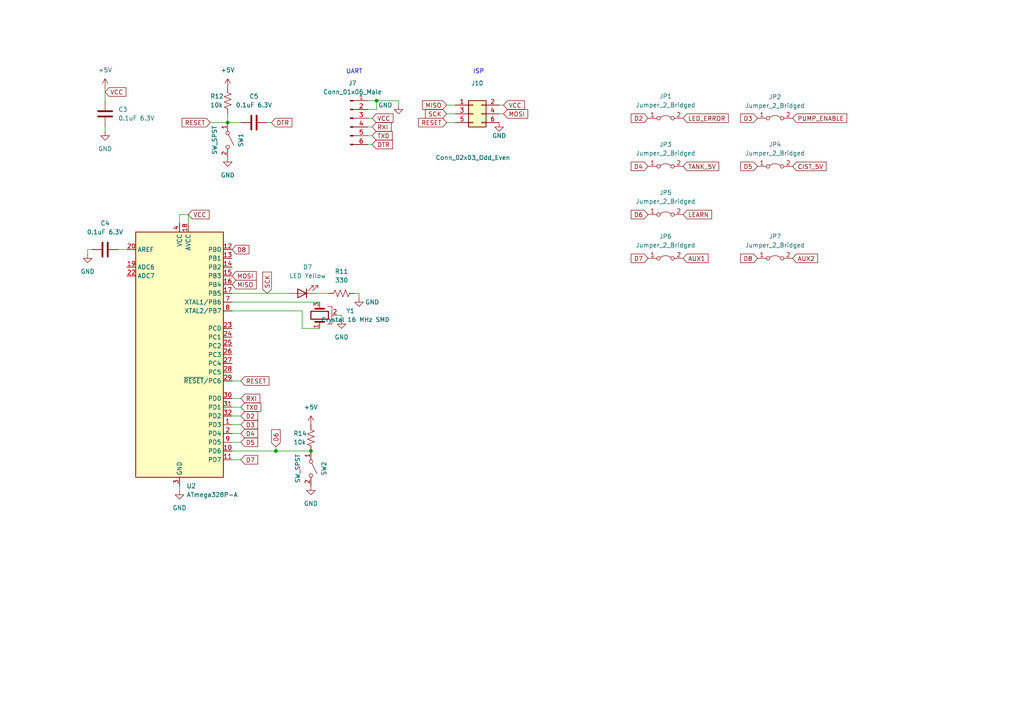
<source format=kicad_sch>
(kicad_sch (version 20211123) (generator eeschema)
  (paper "A4")
  (title_block (title "Microcontroller embedded") (date "2022-12-14") (rev "0"))
  (lib_symbols
    (symbol "Connector:Conn_01x06_Male" (pin_names (offset 1.016) hide)
      (property "Reference" "J" (at 0 7.62 0))
      (property "Value" "Conn_01x06_Male" (at 0 -10.16 0))
      (symbol "Conn_01x06_Male_1_1"
        (polyline (pts (xy 1.27 -7.62) (xy 0.8636 -7.62)) (stroke (width 0.1524)))
        (polyline (pts (xy 1.27 -5.08) (xy 0.8636 -5.08)) (stroke (width 0.1524)))
        (polyline (pts (xy 1.27 -2.54) (xy 0.8636 -2.54)) (stroke (width 0.1524)))
        (polyline (pts (xy 1.27 0) (xy 0.8636 0)) (stroke (width 0.1524)))
        (polyline (pts (xy 1.27 2.54) (xy 0.8636 2.54)) (stroke (width 0.1524)))
        (polyline (pts (xy 1.27 5.08) (xy 0.8636 5.08)) (stroke (width 0.1524)))
        (rectangle (start 0.8636 -7.493) (end 0 -7.747) (stroke (width 0.1524)) (fill (type outline)))
        (rectangle (start 0.8636 -4.953) (end 0 -5.207) (stroke (width 0.1524)) (fill (type outline)))
        (rectangle (start 0.8636 -2.413) (end 0 -2.667) (stroke (width 0.1524)) (fill (type outline)))
        (rectangle (start 0.8636 0.127) (end 0 -0.127) (stroke (width 0.1524)) (fill (type outline)))
        (rectangle (start 0.8636 2.667) (end 0 2.413) (stroke (width 0.1524)) (fill (type outline)))
        (rectangle (start 0.8636 5.207) (end 0 4.953) (stroke (width 0.1524)) (fill (type outline)))
        (pin passive line (at 5.08 5.08 180) (length 3.81) (name "Pin_1") (number "1"))
        (pin passive line (at 5.08 2.54 180) (length 3.81) (name "Pin_2") (number "2"))
        (pin passive line (at 5.08 0 180) (length 3.81) (name "Pin_3") (number "3"))
        (pin passive line (at 5.08 -2.54 180) (length 3.81) (name "Pin_4") (number "4"))
        (pin passive line (at 5.08 -5.08 180) (length 3.81) (name "Pin_5") (number "5"))
        (pin passive line (at 5.08 -7.62 180) (length 3.81) (name "Pin_6") (number "6"))
      )
    )
    (symbol "Connector_Generic:Conn_02x03_Odd_Even" (pin_names (offset 1.016) hide)
      (property "Reference" "J" (at 1.27 5.08 0))
      (property "Value" "Conn_02x03_Odd_Even" (at 1.27 -5.08 0))
      (symbol "Conn_02x03_Odd_Even_1_1"
        (rectangle (start -1.27 -2.413) (end 0 -2.667) (stroke (width 0.1524)))
        (rectangle (start -1.27 0.127) (end 0 -0.127) (stroke (width 0.1524)))
        (rectangle (start -1.27 2.667) (end 0 2.413) (stroke (width 0.1524)))
        (rectangle (start -1.27 3.81) (end 3.81 -3.81) (stroke (width 0.254)) (fill (type background)))
        (rectangle (start 3.81 -2.413) (end 2.54 -2.667) (stroke (width 0.1524)))
        (rectangle (start 3.81 0.127) (end 2.54 -0.127) (stroke (width 0.1524)))
        (rectangle (start 3.81 2.667) (end 2.54 2.413) (stroke (width 0.1524)))
        (pin passive line (at -5.08 2.54 0) (length 3.81) (name "Pin_1") (number "1"))
        (pin passive line (at 7.62 2.54 180) (length 3.81) (name "Pin_2") (number "2"))
        (pin passive line (at -5.08 0 0) (length 3.81) (name "Pin_3") (number "3"))
        (pin passive line (at 7.62 0 180) (length 3.81) (name "Pin_4") (number "4"))
        (pin passive line (at -5.08 -2.54 0) (length 3.81) (name "Pin_5") (number "5"))
        (pin passive line (at 7.62 -2.54 180) (length 3.81) (name "Pin_6") (number "6"))
      )
    )
    (symbol "Device:C" (pin_numbers hide) (pin_names (offset 0.254))
      (property "Reference" "C" (at 0.635 2.54 0))
      (property "Value" "C" (at 0.635 -2.54 0))
      (symbol "C_0_1"
        (polyline (pts (xy -2.032 -0.762) (xy 2.032 -0.762)) (stroke (width 0.508)))
        (polyline (pts (xy -2.032 0.762) (xy 2.032 0.762)) (stroke (width 0.508)))
      )
      (symbol "C_1_1"
        (pin passive line (at 0 3.81 270) (length 2.794) (name "~") (number "1"))
        (pin passive line (at 0 -3.81 90) (length 2.794) (name "~") (number "2"))
      )
    )
    (symbol "Device:Crystal_GND2" (pin_names (offset 1.016) hide)
      (property "Reference" "Y" (at 0 5.715 0))
      (property "Value" "Crystal_GND2" (at 0 3.81 0))
      (symbol "Crystal_GND2_0_1"
        (rectangle (start -1.143 2.54) (end 1.143 -2.54) (stroke (width 0.3048)))
        (polyline (pts (xy -2.54 0) (xy -1.905 0)))
        (polyline (pts (xy -1.905 -1.27) (xy -1.905 1.27)) (stroke (width 0.508)))
        (polyline (pts (xy 0 -3.81) (xy 0 -3.556)))
        (polyline (pts (xy 1.905 0) (xy 2.54 0)))
        (polyline (pts (xy 1.905 1.27) (xy 1.905 -1.27)) (stroke (width 0.508)))
        (polyline (pts (xy -2.54 -2.286) (xy -2.54 -3.556) (xy 2.54 -3.556) (xy 2.54 -2.286)))
      )
      (symbol "Crystal_GND2_1_1"
        (pin passive line (at -3.81 0 0) (length 1.27) (name "1") (number "1"))
        (pin passive line (at 0 -5.08 90) (length 1.27) (name "2") (number "2"))
        (pin passive line (at 3.81 0 180) (length 1.27) (name "3") (number "3"))
      )
    )
    (symbol "Device:LED" (pin_numbers hide) (pin_names (offset 1.016) hide)
      (property "Reference" "D" (at 0 2.54 0))
      (property "Value" "LED" (at 0 -2.54 0))
      (symbol "LED_0_1"
        (polyline (pts (xy -1.27 -1.27) (xy -1.27 1.27)) (stroke (width 0.254)))
        (polyline (pts (xy -1.27 0) (xy 1.27 0)))
        (polyline (pts (xy 1.27 -1.27) (xy 1.27 1.27) (xy -1.27 0) (xy 1.27 -1.27)) (stroke (width 0.254)))
        (polyline (pts (xy -3.048 -0.762) (xy -4.572 -2.286) (xy -3.81 -2.286) (xy -4.572 -2.286) (xy -4.572 -1.524)))
        (polyline (pts (xy -1.778 -0.762) (xy -3.302 -2.286) (xy -2.54 -2.286) (xy -3.302 -2.286) (xy -3.302 -1.524)))
      )
      (symbol "LED_1_1"
        (pin passive line (at -3.81 0 0) (length 2.54) (name "K") (number "1"))
        (pin passive line (at 3.81 0 180) (length 2.54) (name "A") (number "2"))
      )
    )
    (symbol "Device:R_US" (pin_numbers hide) (pin_names (offset 0))
      (property "Reference" "R" (at 2.54 0 90))
      (property "Value" "R_US" (at -2.54 0 90))
      (symbol "R_US_0_1"
        (polyline (pts (xy 0 -2.286) (xy 0 -2.54)))
        (polyline (pts (xy 0 2.286) (xy 0 2.54)))
        (polyline (pts (xy 0 -0.762) (xy 1.016 -1.143) (xy 0 -1.524) (xy -1.016 -1.905) (xy 0 -2.286)))
        (polyline (pts (xy 0 0.762) (xy 1.016 0.381) (xy 0 0) (xy -1.016 -0.381) (xy 0 -0.762)))
        (polyline (pts (xy 0 2.286) (xy 1.016 1.905) (xy 0 1.524) (xy -1.016 1.143) (xy 0 0.762)))
      )
      (symbol "R_US_1_1"
        (pin passive line (at 0 3.81 270) (length 1.27) (name "~") (number "1"))
        (pin passive line (at 0 -3.81 90) (length 1.27) (name "~") (number "2"))
      )
    )
    (symbol "Jumper:Jumper_2_Bridged" (pin_names (offset 0) hide)
      (property "Reference" "JP" (at 0 1.905 0))
      (property "Value" "Jumper_2_Bridged" (at 0 -2.54 0))
      (symbol "Jumper_2_Bridged_0_0"
        (circle (center -2.032 0) (radius 0.508))
        (circle (center 2.032 0) (radius 0.508))
      )
      (symbol "Jumper_2_Bridged_0_1"
        (arc (start 1.524 0.254) (mid 0 0.762) (end -1.524 0.254))
      )
      (symbol "Jumper_2_Bridged_1_1"
        (pin passive line (at -5.08 0 0) (length 2.54) (name "A") (number "1"))
        (pin passive line (at 5.08 0 180) (length 2.54) (name "B") (number "2"))
      )
    )
    (symbol "MCU_Microchip_ATmega:ATmega328P-A"
      (property "Reference" "U" (at -12.7 36.83 0))
      (property "Value" "ATmega328P-A" (at 2.54 -36.83 0))
      (symbol "ATmega328P-A_0_1"
        (rectangle (start -12.7 -35.56) (end 12.7 35.56) (stroke (width 0.254)) (fill (type background)))
      )
      (symbol "ATmega328P-A_1_1"
        (pin bidirectional line (at 15.24 -20.32 180) (length 2.54) (name "PD3") (number "1"))
        (pin bidirectional line (at 15.24 -27.94 180) (length 2.54) (name "PD6") (number "10"))
        (pin bidirectional line (at 15.24 -30.48 180) (length 2.54) (name "PD7") (number "11"))
        (pin bidirectional line (at 15.24 30.48 180) (length 2.54) (name "PB0") (number "12"))
        (pin bidirectional line (at 15.24 27.94 180) (length 2.54) (name "PB1") (number "13"))
        (pin bidirectional line (at 15.24 25.4 180) (length 2.54) (name "PB2") (number "14"))
        (pin bidirectional line (at 15.24 22.86 180) (length 2.54) (name "PB3") (number "15"))
        (pin bidirectional line (at 15.24 20.32 180) (length 2.54) (name "PB4") (number "16"))
        (pin bidirectional line (at 15.24 17.78 180) (length 2.54) (name "PB5") (number "17"))
        (pin power_in line (at 2.54 38.1 270) (length 2.54) (name "AVCC") (number "18"))
        (pin input line (at -15.24 25.4 0) (length 2.54) (name "ADC6") (number "19"))
        (pin bidirectional line (at 15.24 -22.86 180) (length 2.54) (name "PD4") (number "2"))
        (pin passive line (at -15.24 30.48 0) (length 2.54) (name "AREF") (number "20"))
        (pin passive line (at 0 -38.1 90) (length 2.54) hide (name "GND") (number "21"))
        (pin input line (at -15.24 22.86 0) (length 2.54) (name "ADC7") (number "22"))
        (pin bidirectional line (at 15.24 7.62 180) (length 2.54) (name "PC0") (number "23"))
        (pin bidirectional line (at 15.24 5.08 180) (length 2.54) (name "PC1") (number "24"))
        (pin bidirectional line (at 15.24 2.54 180) (length 2.54) (name "PC2") (number "25"))
        (pin bidirectional line (at 15.24 0 180) (length 2.54) (name "PC3") (number "26"))
        (pin bidirectional line (at 15.24 -2.54 180) (length 2.54) (name "PC4") (number "27"))
        (pin bidirectional line (at 15.24 -5.08 180) (length 2.54) (name "PC5") (number "28"))
        (pin bidirectional line (at 15.24 -7.62 180) (length 2.54) (name "~{RESET}/PC6") (number "29"))
        (pin power_in line (at 0 -38.1 90) (length 2.54) (name "GND") (number "3"))
        (pin bidirectional line (at 15.24 -12.7 180) (length 2.54) (name "PD0") (number "30"))
        (pin bidirectional line (at 15.24 -15.24 180) (length 2.54) (name "PD1") (number "31"))
        (pin bidirectional line (at 15.24 -17.78 180) (length 2.54) (name "PD2") (number "32"))
        (pin power_in line (at 0 38.1 270) (length 2.54) (name "VCC") (number "4"))
        (pin passive line (at 0 -38.1 90) (length 2.54) hide (name "GND") (number "5"))
        (pin passive line (at 0 38.1 270) (length 2.54) hide (name "VCC") (number "6"))
        (pin bidirectional line (at 15.24 15.24 180) (length 2.54) (name "XTAL1/PB6") (number "7"))
        (pin bidirectional line (at 15.24 12.7 180) (length 2.54) (name "XTAL2/PB7") (number "8"))
        (pin bidirectional line (at 15.24 -25.4 180) (length 2.54) (name "PD5") (number "9"))
      )
    )
    (symbol "Switch:SW_SPST" (pin_names (offset 0) hide)
      (property "Reference" "SW" (at 0 3.175 0))
      (property "Value" "SW_SPST" (at 0 -2.54 0))
      (symbol "SW_SPST_0_0"
        (circle (center -2.032 0) (radius 0.508))
        (polyline (pts (xy -1.524 0.254) (xy 1.524 1.778)))
        (circle (center 2.032 0) (radius 0.508))
      )
      (symbol "SW_SPST_1_1"
        (pin passive line (at -5.08 0 0) (length 2.54) (name "A") (number "1"))
        (pin passive line (at 5.08 0 180) (length 2.54) (name "B") (number "2"))
      )
    )
    (symbol "power:+5V" (power) (pin_names (offset 0))
      (property "Value" "+5V" (at 0 3.556 0))
      (symbol "+5V_0_1"
        (polyline (pts (xy -0.762 1.27) (xy 0 2.54)))
        (polyline (pts (xy 0 0) (xy 0 2.54)))
        (polyline (pts (xy 0 2.54) (xy 0.762 1.27)))
      )
      (symbol "+5V_1_1"
        (pin power_in line (at 0 0 90) (length 0) hide (name "+5V") (number "1"))
      )
    )
    (symbol "power:GND" (power) (pin_names (offset 0))
      (property "Value" "GND" (at 0 -3.81 0))
      (symbol "GND_0_1"
        (polyline (pts (xy 0 0) (xy 0 -1.27) (xy 1.27 -1.27) (xy 0 -2.54) (xy -1.27 -1.27) (xy 0 -1.27)))
      )
      (symbol "GND_1_1"
        (pin power_in line (at 0 0 270) (length 0) hide (name "GND") (number "1"))
      )
    )
  )
  (junction (at 109.22 29.21))
  (junction (at 80.01 130.81))
  (junction (at 90.17 130.81))
  (junction (at 66.04 35.56))
  (wire (pts (xy 77.47 35.56) (xy 78.74 35.56)))
  (wire (pts (xy 67.31 110.49) (xy 69.85 110.49)))
  (wire (pts (xy 144.78 30.48) (xy 146.05 30.48)))
  (wire (pts (xy 67.31 120.65) (xy 69.85 120.65)))
  (wire (pts (xy 67.31 87.63) (xy 92.71 87.63)))
  (wire (pts (xy 67.31 128.27) (xy 69.85 128.27)))
  (wire (pts (xy 67.31 85.09) (xy 83.82 85.09)))
  (wire (pts (xy 60.96 35.56) (xy 66.04 35.56)))
  (wire (pts (xy 106.68 34.29) (xy 107.95 34.29)))
  (wire (pts (xy 67.31 90.17) (xy 87.63 90.17)))
  (wire (pts (xy 25.4 72.39) (xy 25.4 73.66)))
  (wire (pts (xy 52.07 140.97) (xy 52.07 142.24)))
  (wire (pts (xy 67.31 118.11) (xy 69.85 118.11)))
  (wire (pts (xy 106.68 29.21) (xy 109.22 29.21)))
  (wire (pts (xy 99.06 92.71) (xy 99.06 91.44)))
  (wire (pts (xy 109.22 31.75) (xy 109.22 29.21)))
  (wire (pts (xy 115.57 29.21) (xy 115.57 30.48)))
  (wire (pts (xy 102.87 85.09) (xy 104.14 85.09)))
  (wire (pts (xy 26.67 72.39) (xy 25.4 72.39)))
  (wire (pts (xy 92.71 95.25) (xy 87.63 95.25)))
  (wire (pts (xy 91.44 85.09) (xy 95.25 85.09)))
  (wire (pts (xy 30.48 36.83) (xy 30.48 38.1)))
  (wire (pts (xy 67.31 115.57) (xy 69.85 115.57)))
  (wire (pts (xy 106.68 39.37) (xy 107.95 39.37)))
  (wire (pts (xy 67.31 130.81) (xy 80.01 130.81)))
  (wire (pts (xy 54.61 62.23) (xy 52.07 62.23)))
  (wire (pts (xy 144.78 33.02) (xy 146.05 33.02)))
  (wire (pts (xy 67.31 125.73) (xy 69.85 125.73)))
  (wire (pts (xy 34.29 72.39) (xy 36.83 72.39)))
  (wire (pts (xy 104.14 85.09) (xy 104.14 86.36)))
  (wire (pts (xy 54.61 64.77) (xy 54.61 62.23)))
  (wire (pts (xy 30.48 25.4) (xy 30.48 29.21)))
  (wire (pts (xy 80.01 129.54) (xy 80.01 130.81)))
  (wire (pts (xy 66.04 35.56) (xy 69.85 35.56)))
  (wire (pts (xy 87.63 90.17) (xy 87.63 95.25)))
  (wire (pts (xy 106.68 31.75) (xy 109.22 31.75)))
  (wire (pts (xy 80.01 130.81) (xy 90.17 130.81)))
  (wire (pts (xy 67.31 123.19) (xy 69.85 123.19)))
  (wire (pts (xy 52.07 62.23) (xy 52.07 64.77)))
  (wire (pts (xy 106.68 36.83) (xy 107.95 36.83)))
  (wire (pts (xy 97.79 91.44) (xy 99.06 91.44)))
  (wire (pts (xy 129.54 30.48) (xy 132.08 30.48)))
  (wire (pts (xy 109.22 29.21) (xy 115.57 29.21)))
  (wire (pts (xy 67.31 133.35) (xy 69.85 133.35)))
  (wire (pts (xy 129.54 33.02) (xy 132.08 33.02)))
  (wire (pts (xy 129.54 35.56) (xy 132.08 35.56)))
  (wire (pts (xy 66.04 33.02) (xy 66.04 35.56)))
  (wire (pts (xy 106.68 41.91) (xy 107.95 41.91)))
  (text "ISP" (at 137.16 21.59 0) (effects (font (size 1.27 1.27)) (justify left bottom)))
  (text "UART" (at 100.33 21.59 0) (effects (font (size 1.27 1.27)) (justify left bottom)))
  (global_label "PUMP_ENABLE" (shape input) (at 229.87 34.29 0) (property "Intersheet References" "${INTERSHEET_REFS}" (effects hide)))
  (global_label "LEARN" (shape input) (at 198.12 62.23 0) (property "Intersheet References" "${INTERSHEET_REFS}" (effects hide)))
  (global_label "VCC" (shape input) (at 107.95 34.29 0) (property "Intersheet References" "${INTERSHEET_REFS}" (effects hide)))
  (global_label "TX0" (shape input) (at 69.85 118.11 0) (property "Intersheet References" "${INTERSHEET_REFS}" (effects hide)))
  (global_label "SCK" (shape input) (at 77.47 85.09 90) (property "Intersheet References" "${INTERSHEET_REFS}" (effects hide)))
  (global_label "AUX1" (shape input) (at 198.12 74.93 0) (property "Intersheet References" "${INTERSHEET_REFS}" (effects hide)))
  (global_label "SCK" (shape input) (at 129.54 33.02 180) (property "Intersheet References" "${INTERSHEET_REFS}" (effects hide)))
  (global_label "VCC" (shape input) (at 54.61 62.23 0) (property "Intersheet References" "${INTERSHEET_REFS}" (effects hide)))
  (global_label "D7" (shape input) (at 69.85 133.35 0) (property "Intersheet References" "${INTERSHEET_REFS}" (effects hide)))
  (global_label "RESET" (shape input) (at 60.96 35.56 180) (property "Intersheet References" "${INTERSHEET_REFS}" (effects hide)))
  (global_label "D2" (shape input) (at 69.85 120.65 0) (property "Intersheet References" "${INTERSHEET_REFS}" (effects hide)))
  (global_label "RXI" (shape input) (at 107.95 36.83 0) (property "Intersheet References" "${INTERSHEET_REFS}" (effects hide)))
  (global_label "D4" (shape input) (at 69.85 125.73 0) (property "Intersheet References" "${INTERSHEET_REFS}" (effects hide)))
  (global_label "D3" (shape input) (at 69.85 123.19 0) (property "Intersheet References" "${INTERSHEET_REFS}" (effects hide)))
  (global_label "RXI" (shape input) (at 69.85 115.57 0) (property "Intersheet References" "${INTERSHEET_REFS}" (effects hide)))
  (global_label "TX0" (shape input) (at 107.95 39.37 0) (property "Intersheet References" "${INTERSHEET_REFS}" (effects hide)))
  (global_label "D7" (shape input) (at 187.96 74.93 180) (property "Intersheet References" "${INTERSHEET_REFS}" (effects hide)))
  (global_label "VCC" (shape input) (at 30.48 26.67 0) (property "Intersheet References" "${INTERSHEET_REFS}" (effects hide)))
  (global_label "D6" (shape input) (at 187.96 62.23 180) (property "Intersheet References" "${INTERSHEET_REFS}" (effects hide)))
  (global_label "D3" (shape input) (at 219.71 34.29 180) (property "Intersheet References" "${INTERSHEET_REFS}" (effects hide)))
  (global_label "TANK_5V" (shape input) (at 198.12 48.26 0) (property "Intersheet References" "${INTERSHEET_REFS}" (effects hide)))
  (global_label "RESET" (shape input) (at 129.54 35.56 180) (property "Intersheet References" "${INTERSHEET_REFS}" (effects hide)))
  (global_label "RESET" (shape input) (at 69.85 110.49 0) (property "Intersheet References" "${INTERSHEET_REFS}" (effects hide)))
  (global_label "DTR" (shape input) (at 107.95 41.91 0) (property "Intersheet References" "${INTERSHEET_REFS}" (effects hide)))
  (global_label "D5" (shape input) (at 69.85 128.27 0) (property "Intersheet References" "${INTERSHEET_REFS}" (effects hide)))
  (global_label "CIST_5V" (shape input) (at 229.87 48.26 0) (property "Intersheet References" "${INTERSHEET_REFS}" (effects hide)))
  (global_label "D5" (shape input) (at 219.71 48.26 180) (property "Intersheet References" "${INTERSHEET_REFS}" (effects hide)))
  (global_label "D8" (shape input) (at 219.71 74.93 180) (property "Intersheet References" "${INTERSHEET_REFS}" (effects hide)))
  (global_label "D2" (shape input) (at 187.96 34.29 180) (property "Intersheet References" "${INTERSHEET_REFS}" (effects hide)))
  (global_label "MOSI" (shape input) (at 67.31 80.01 0) (property "Intersheet References" "${INTERSHEET_REFS}" (effects hide)))
  (global_label "D8" (shape input) (at 67.31 72.39 0) (property "Intersheet References" "${INTERSHEET_REFS}" (effects hide)))
  (global_label "D6" (shape input) (at 80.01 129.54 90) (property "Intersheet References" "${INTERSHEET_REFS}" (effects hide)))
  (global_label "MISO" (shape input) (at 67.31 82.55 0) (property "Intersheet References" "${INTERSHEET_REFS}" (effects hide)))
  (global_label "VCC" (shape input) (at 146.05 30.48 0) (property "Intersheet References" "${INTERSHEET_REFS}" (effects hide)))
  (global_label "AUX2" (shape input) (at 229.87 74.93 0) (property "Intersheet References" "${INTERSHEET_REFS}" (effects hide)))
  (global_label "MISO" (shape input) (at 129.54 30.48 180) (property "Intersheet References" "${INTERSHEET_REFS}" (effects hide)))
  (global_label "MOSI" (shape input) (at 146.05 33.02 0) (property "Intersheet References" "${INTERSHEET_REFS}" (effects hide)))
  (global_label "DTR" (shape input) (at 78.74 35.56 0) (property "Intersheet References" "${INTERSHEET_REFS}" (effects hide)))
  (global_label "LED_ERROR" (shape input) (at 198.12 34.29 0) (property "Intersheet References" "${INTERSHEET_REFS}" (effects hide)))
  (global_label "D4" (shape input) (at 187.96 48.26 180) (property "Intersheet References" "${INTERSHEET_REFS}" (effects hide)))
  (symbol (lib_id "power:GND") (at 90.17 140.97 0) (unit 1)
    (property "Reference" "#PWR033" (effects hide))
    (property "Value" "GND" (at 90.17 146.05 0))
  )
  (symbol (lib_id "Device:R_US") (at 66.04 29.21 0) (unit 1)
    (property "Reference" "R12" (at 60.96 27.94 0) (effects (justify left)))
    (property "Value" "10k" (at 60.96 30.48 0) (effects (justify left)))
    (property "Footprint" "Resistor_SMD:R_0603_1608Metric" (effects hide))
  )
  (symbol (lib_id "Jumper:Jumper_2_Bridged") (at 193.04 34.29 0) (unit 1)
    (property "Reference" "JP1" (at 193.04 27.94 0))
    (property "Value" "Jumper_2_Bridged" (at 193.04 30.48 0))
    (property "Footprint" "Jumper:SolderJumper-2_P1.3mm_Bridged2Bar_RoundedPad1.0x1.5mm" (effects hide))
  )
  (symbol (lib_id "power:+5V") (at 30.48 25.4 0) (unit 1)
    (property "Reference" "#PWR021" (effects hide))
    (property "Value" "+5V" (at 30.48 20.32 0))
  )
  (symbol (lib_id "power:GND") (at 66.04 45.72 0) (unit 1)
    (property "Reference" "#PWR027" (effects hide))
    (property "Value" "GND" (at 66.04 50.8 0))
  )
  (symbol (lib_id "power:GND") (at 104.14 86.36 0) (unit 1)
    (property "Reference" "#PWR024" (effects hide))
    (property "Value" "GND" (at 107.95 87.63 0))
  )
  (symbol (lib_id "Device:C") (at 30.48 72.39 90) (unit 1)
    (property "Reference" "C4" (at 30.48 64.77 90))
    (property "Value" "0.1uF 6.3V" (at 30.48 67.31 90))
    (property "Footprint" "Capacitor_SMD:C_0603_1608Metric_Pad1.08x0.95mm_HandSolder" (effects hide))
  )
  (symbol (lib_id "Switch:SW_SPST") (at 66.04 40.64 270) (unit 1)
    (property "Reference" "SW1" (at 69.85 40.64 0))
    (property "Value" "SW_SPST" (at 62.23 40.64 0))
    (property "Footprint" "Button_Switch_SMD:SW_SPST_TL3342" (effects hide))
  )
  (symbol (lib_id "Jumper:Jumper_2_Bridged") (at 224.79 74.93 0) (unit 1)
    (property "Reference" "JP7" (at 224.79 68.58 0))
    (property "Value" "Jumper_2_Bridged" (at 224.79 71.12 0))
    (property "Footprint" "Jumper:SolderJumper-2_P1.3mm_Bridged2Bar_RoundedPad1.0x1.5mm" (effects hide))
  )
  (symbol (lib_id "Switch:SW_SPST") (at 90.17 135.89 270) (unit 1)
    (property "Reference" "SW2" (at 93.98 135.89 0))
    (property "Value" "SW_SPST" (at 86.36 135.89 0))
    (property "Footprint" "Button_Switch_SMD:SW_SPST_TL3342" (effects hide))
  )
  (symbol (lib_id "Jumper:Jumper_2_Bridged") (at 193.04 62.23 0) (unit 1)
    (property "Reference" "JP5" (at 193.04 55.88 0))
    (property "Value" "Jumper_2_Bridged" (at 193.04 58.42 0))
    (property "Footprint" "Jumper:SolderJumper-2_P1.3mm_Bridged2Bar_RoundedPad1.0x1.5mm" (effects hide))
  )
  (symbol (lib_id "Connector:Conn_01x06_Male") (at 101.6 34.29 0) (unit 1)
    (property "Reference" "J7" (at 102.235 24.13 0))
    (property "Value" "Conn_01x06_Male" (at 102.235 26.67 0))
    (property "Footprint" "Connector_PinSocket_2.54mm:PinSocket_1x06_P2.54mm_Vertical" (effects hide))
  )
  (symbol (lib_id "Device:LED") (at 87.63 85.09 180) (unit 1)
    (property "Reference" "D7" (at 89.2175 77.47 0))
    (property "Value" "LED Yellow" (at 89.2175 80.01 0))
    (property "Footprint" "LED_SMD:LED_0603_1608Metric" (effects hide))
  )
  (symbol (lib_id "power:+5V") (at 90.17 123.19 0) (unit 1)
    (property "Reference" "#PWR031" (effects hide))
    (property "Value" "+5V" (at 90.17 118.11 0))
  )
  (symbol (lib_id "MCU_Microchip_ATmega:ATmega328P-A") (at 52.07 102.87 0) (unit 1)
    (property "Reference" "U2" (at 54.0894 140.97 0) (effects (justify left)))
    (property "Value" "ATmega328P-A" (at 54.0894 143.51 0) (effects (justify left)))
    (property "Footprint" "Package_QFP:TQFP-32_7x7mm_P0.8mm" (effects hide))
    (property "Datasheet" "http://ww1.microchip.com/downloads/en/DeviceDoc/ATmega328_P%20AVR%20MCU%20with%20picoPower%20Technology%20Data%20Sheet%2040001984A.pdf" (effects hide))
  )
  (symbol (lib_id "Jumper:Jumper_2_Bridged") (at 193.04 74.93 0) (unit 1)
    (property "Reference" "JP6" (at 193.04 68.58 0))
    (property "Value" "Jumper_2_Bridged" (at 193.04 71.12 0))
    (property "Footprint" "Jumper:SolderJumper-2_P1.3mm_Bridged2Bar_RoundedPad1.0x1.5mm" (effects hide))
  )
  (symbol (lib_id "Device:C") (at 30.48 33.02 0) (unit 1)
    (property "Reference" "C3" (at 34.29 31.7499 0) (effects (justify left)))
    (property "Value" "0.1uF 6.3V" (at 34.29 34.2899 0) (effects (justify left)))
    (property "Footprint" "Capacitor_SMD:C_0603_1608Metric_Pad1.08x0.95mm_HandSolder" (effects hide))
  )
  (symbol (lib_id "Jumper:Jumper_2_Bridged") (at 193.04 48.26 0) (unit 1)
    (property "Reference" "JP3" (at 193.04 41.91 0))
    (property "Value" "Jumper_2_Bridged" (at 193.04 44.45 0))
    (property "Footprint" "Jumper:SolderJumper-2_P1.3mm_Bridged2Bar_RoundedPad1.0x1.5mm" (effects hide))
  )
  (symbol (lib_id "power:GND") (at 30.48 38.1 0) (unit 1)
    (property "Reference" "#PWR022" (effects hide))
    (property "Value" "GND" (at 30.48 43.18 0))
  )
  (symbol (lib_id "power:GND") (at 99.06 92.71 0) (unit 1)
    (property "Reference" "#PWR025" (effects hide))
    (property "Value" "GND" (at 99.06 97.79 0))
  )
  (symbol (lib_id "Device:R_US") (at 90.17 127 0) (unit 1)
    (property "Reference" "R14" (at 85.09 125.73 0) (effects (justify left)))
    (property "Value" "10k" (at 85.09 128.27 0) (effects (justify left)))
    (property "Footprint" "Resistor_SMD:R_0603_1608Metric" (effects hide))
  )
  (symbol (lib_id "power:GND") (at 52.07 142.24 0) (unit 1)
    (property "Reference" "#PWR028" (effects hide))
    (property "Value" "GND" (at 52.07 147.32 0))
  )
  (symbol (lib_id "power:GND") (at 144.78 35.56 0) (unit 1)
    (property "Reference" "#PWR0101" (effects hide))
    (property "Value" "GND" (at 144.78 39.37 0))
  )
  (symbol (lib_id "Jumper:Jumper_2_Bridged") (at 224.79 34.29 0) (unit 1)
    (property "Reference" "JP2" (at 224.79 28.119 0))
    (property "Value" "Jumper_2_Bridged" (at 224.79 30.659 0))
    (property "Footprint" "Jumper:SolderJumper-2_P1.3mm_Bridged2Bar_RoundedPad1.0x1.5mm" (effects hide))
  )
  (symbol (lib_id "power:GND") (at 25.4 73.66 0) (unit 1)
    (property "Reference" "#PWR023" (effects hide))
    (property "Value" "GND" (at 25.4 78.74 0))
  )
  (symbol (lib_id "Connector_Generic:Conn_02x03_Odd_Even") (at 137.16 33.02 0) (unit 1)
    (property "Reference" "J10" (at 138.43 24.13 0))
    (property "Value" "Conn_02x03_Odd_Even" (at 137.16 45.72 0))
    (property "Footprint" "Connector_PinHeader_2.54mm:PinHeader_2x03_P2.54mm_Vertical" (effects hide))
  )
  (symbol (lib_id "Device:R_US") (at 99.06 85.09 90) (unit 1)
    (property "Reference" "R11" (at 99.06 78.74 90))
    (property "Value" "330" (at 99.06 81.28 90))
    (property "Footprint" "Resistor_SMD:R_0603_1608Metric" (effects hide))
  )
  (symbol (lib_id "power:GND") (at 115.57 30.48 0) (unit 1)
    (property "Reference" "#PWR029" (effects hide))
    (property "Value" "GND" (at 111.76 30.48 0))
  )
  (symbol (lib_id "power:+5V") (at 66.04 25.4 0) (unit 1)
    (property "Reference" "#PWR026" (effects hide))
    (property "Value" "+5V" (at 66.04 20.32 0))
  )
  (symbol (lib_id "Jumper:Jumper_2_Bridged") (at 224.79 48.26 0) (unit 1)
    (property "Reference" "JP4" (at 224.79 41.91 0))
    (property "Value" "Jumper_2_Bridged" (at 224.79 44.45 0))
    (property "Footprint" "Jumper:SolderJumper-2_P1.3mm_Bridged2Bar_RoundedPad1.0x1.5mm" (effects hide))
  )
  (symbol (lib_id "Device:C") (at 73.66 35.56 90) (unit 1)
    (property "Reference" "C5" (at 73.66 27.94 90))
    (property "Value" "0.1uF 6.3V" (at 73.66 30.48 90))
    (property "Footprint" "Capacitor_SMD:C_0603_1608Metric_Pad1.08x0.95mm_HandSolder" (effects hide))
  )
  (symbol (lib_id "Device:Crystal_GND2") (at 92.71 91.44 90) (unit 1)
    (property "Reference" "Y1" (at 102.87 90.17 90) (effects (justify left)))
    (property "Value" "Crystal 16 MHz SMD" (at 113.03 92.71 90) (effects (justify left)))
    (property "Footprint" "Crystal:Resonator_SMD_Murata_CSTxExxV-3Pin_3.0x1.1mm_HandSoldering" (effects hide))
  )
)
</source>
